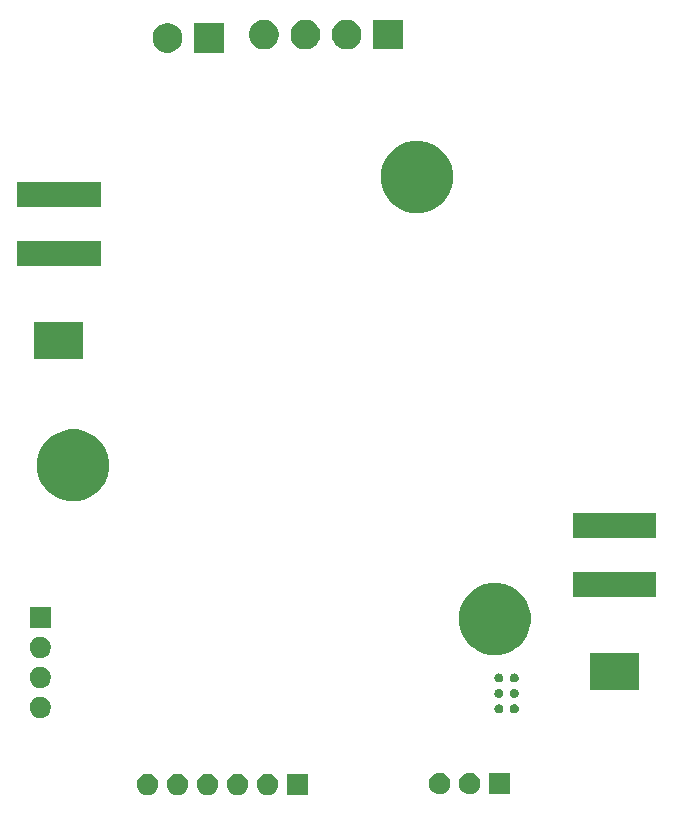
<source format=gbs>
G04 #@! TF.GenerationSoftware,KiCad,Pcbnew,(5.1.6)-1*
G04 #@! TF.CreationDate,2020-09-10T18:56:50+07:00*
G04 #@! TF.ProjectId,Kicad_Valve-hardware,4b696361-645f-4566-916c-76652d686172,rev?*
G04 #@! TF.SameCoordinates,Original*
G04 #@! TF.FileFunction,Soldermask,Bot*
G04 #@! TF.FilePolarity,Negative*
%FSLAX46Y46*%
G04 Gerber Fmt 4.6, Leading zero omitted, Abs format (unit mm)*
G04 Created by KiCad (PCBNEW (5.1.6)-1) date 2020-09-10 18:56:50*
%MOMM*%
%LPD*%
G01*
G04 APERTURE LIST*
%ADD10C,0.100000*%
G04 APERTURE END LIST*
D10*
G36*
X219925632Y-129956867D02*
G01*
X220074932Y-129986564D01*
X220238904Y-130054484D01*
X220386474Y-130153087D01*
X220511973Y-130278586D01*
X220610576Y-130426156D01*
X220678496Y-130590128D01*
X220713120Y-130764199D01*
X220713120Y-130941681D01*
X220678496Y-131115752D01*
X220610576Y-131279724D01*
X220511973Y-131427294D01*
X220386474Y-131552793D01*
X220238904Y-131651396D01*
X220074932Y-131719316D01*
X219925632Y-131749013D01*
X219900862Y-131753940D01*
X219723378Y-131753940D01*
X219698608Y-131749013D01*
X219549308Y-131719316D01*
X219385336Y-131651396D01*
X219237766Y-131552793D01*
X219112267Y-131427294D01*
X219013664Y-131279724D01*
X218945744Y-131115752D01*
X218911120Y-130941681D01*
X218911120Y-130764199D01*
X218945744Y-130590128D01*
X219013664Y-130426156D01*
X219112267Y-130278586D01*
X219237766Y-130153087D01*
X219385336Y-130054484D01*
X219549308Y-129986564D01*
X219698608Y-129956867D01*
X219723378Y-129951940D01*
X219900862Y-129951940D01*
X219925632Y-129956867D01*
G37*
G36*
X233413120Y-131753940D02*
G01*
X231611120Y-131753940D01*
X231611120Y-129951940D01*
X233413120Y-129951940D01*
X233413120Y-131753940D01*
G37*
G36*
X230085632Y-129956867D02*
G01*
X230234932Y-129986564D01*
X230398904Y-130054484D01*
X230546474Y-130153087D01*
X230671973Y-130278586D01*
X230770576Y-130426156D01*
X230838496Y-130590128D01*
X230873120Y-130764199D01*
X230873120Y-130941681D01*
X230838496Y-131115752D01*
X230770576Y-131279724D01*
X230671973Y-131427294D01*
X230546474Y-131552793D01*
X230398904Y-131651396D01*
X230234932Y-131719316D01*
X230085632Y-131749013D01*
X230060862Y-131753940D01*
X229883378Y-131753940D01*
X229858608Y-131749013D01*
X229709308Y-131719316D01*
X229545336Y-131651396D01*
X229397766Y-131552793D01*
X229272267Y-131427294D01*
X229173664Y-131279724D01*
X229105744Y-131115752D01*
X229071120Y-130941681D01*
X229071120Y-130764199D01*
X229105744Y-130590128D01*
X229173664Y-130426156D01*
X229272267Y-130278586D01*
X229397766Y-130153087D01*
X229545336Y-130054484D01*
X229709308Y-129986564D01*
X229858608Y-129956867D01*
X229883378Y-129951940D01*
X230060862Y-129951940D01*
X230085632Y-129956867D01*
G37*
G36*
X227545632Y-129956867D02*
G01*
X227694932Y-129986564D01*
X227858904Y-130054484D01*
X228006474Y-130153087D01*
X228131973Y-130278586D01*
X228230576Y-130426156D01*
X228298496Y-130590128D01*
X228333120Y-130764199D01*
X228333120Y-130941681D01*
X228298496Y-131115752D01*
X228230576Y-131279724D01*
X228131973Y-131427294D01*
X228006474Y-131552793D01*
X227858904Y-131651396D01*
X227694932Y-131719316D01*
X227545632Y-131749013D01*
X227520862Y-131753940D01*
X227343378Y-131753940D01*
X227318608Y-131749013D01*
X227169308Y-131719316D01*
X227005336Y-131651396D01*
X226857766Y-131552793D01*
X226732267Y-131427294D01*
X226633664Y-131279724D01*
X226565744Y-131115752D01*
X226531120Y-130941681D01*
X226531120Y-130764199D01*
X226565744Y-130590128D01*
X226633664Y-130426156D01*
X226732267Y-130278586D01*
X226857766Y-130153087D01*
X227005336Y-130054484D01*
X227169308Y-129986564D01*
X227318608Y-129956867D01*
X227343378Y-129951940D01*
X227520862Y-129951940D01*
X227545632Y-129956867D01*
G37*
G36*
X225005632Y-129956867D02*
G01*
X225154932Y-129986564D01*
X225318904Y-130054484D01*
X225466474Y-130153087D01*
X225591973Y-130278586D01*
X225690576Y-130426156D01*
X225758496Y-130590128D01*
X225793120Y-130764199D01*
X225793120Y-130941681D01*
X225758496Y-131115752D01*
X225690576Y-131279724D01*
X225591973Y-131427294D01*
X225466474Y-131552793D01*
X225318904Y-131651396D01*
X225154932Y-131719316D01*
X225005632Y-131749013D01*
X224980862Y-131753940D01*
X224803378Y-131753940D01*
X224778608Y-131749013D01*
X224629308Y-131719316D01*
X224465336Y-131651396D01*
X224317766Y-131552793D01*
X224192267Y-131427294D01*
X224093664Y-131279724D01*
X224025744Y-131115752D01*
X223991120Y-130941681D01*
X223991120Y-130764199D01*
X224025744Y-130590128D01*
X224093664Y-130426156D01*
X224192267Y-130278586D01*
X224317766Y-130153087D01*
X224465336Y-130054484D01*
X224629308Y-129986564D01*
X224778608Y-129956867D01*
X224803378Y-129951940D01*
X224980862Y-129951940D01*
X225005632Y-129956867D01*
G37*
G36*
X222465632Y-129956867D02*
G01*
X222614932Y-129986564D01*
X222778904Y-130054484D01*
X222926474Y-130153087D01*
X223051973Y-130278586D01*
X223150576Y-130426156D01*
X223218496Y-130590128D01*
X223253120Y-130764199D01*
X223253120Y-130941681D01*
X223218496Y-131115752D01*
X223150576Y-131279724D01*
X223051973Y-131427294D01*
X222926474Y-131552793D01*
X222778904Y-131651396D01*
X222614932Y-131719316D01*
X222465632Y-131749013D01*
X222440862Y-131753940D01*
X222263378Y-131753940D01*
X222238608Y-131749013D01*
X222089308Y-131719316D01*
X221925336Y-131651396D01*
X221777766Y-131552793D01*
X221652267Y-131427294D01*
X221553664Y-131279724D01*
X221485744Y-131115752D01*
X221451120Y-130941681D01*
X221451120Y-130764199D01*
X221485744Y-130590128D01*
X221553664Y-130426156D01*
X221652267Y-130278586D01*
X221777766Y-130153087D01*
X221925336Y-130054484D01*
X222089308Y-129986564D01*
X222238608Y-129956867D01*
X222263378Y-129951940D01*
X222440862Y-129951940D01*
X222465632Y-129956867D01*
G37*
G36*
X247205632Y-129886867D02*
G01*
X247354932Y-129916564D01*
X247518904Y-129984484D01*
X247666474Y-130083087D01*
X247791973Y-130208586D01*
X247890576Y-130356156D01*
X247958496Y-130520128D01*
X247993120Y-130694199D01*
X247993120Y-130871681D01*
X247958496Y-131045752D01*
X247890576Y-131209724D01*
X247791973Y-131357294D01*
X247666474Y-131482793D01*
X247518904Y-131581396D01*
X247354932Y-131649316D01*
X247205632Y-131679013D01*
X247180862Y-131683940D01*
X247003378Y-131683940D01*
X246978608Y-131679013D01*
X246829308Y-131649316D01*
X246665336Y-131581396D01*
X246517766Y-131482793D01*
X246392267Y-131357294D01*
X246293664Y-131209724D01*
X246225744Y-131045752D01*
X246191120Y-130871681D01*
X246191120Y-130694199D01*
X246225744Y-130520128D01*
X246293664Y-130356156D01*
X246392267Y-130208586D01*
X246517766Y-130083087D01*
X246665336Y-129984484D01*
X246829308Y-129916564D01*
X246978608Y-129886867D01*
X247003378Y-129881940D01*
X247180862Y-129881940D01*
X247205632Y-129886867D01*
G37*
G36*
X244665632Y-129886867D02*
G01*
X244814932Y-129916564D01*
X244978904Y-129984484D01*
X245126474Y-130083087D01*
X245251973Y-130208586D01*
X245350576Y-130356156D01*
X245418496Y-130520128D01*
X245453120Y-130694199D01*
X245453120Y-130871681D01*
X245418496Y-131045752D01*
X245350576Y-131209724D01*
X245251973Y-131357294D01*
X245126474Y-131482793D01*
X244978904Y-131581396D01*
X244814932Y-131649316D01*
X244665632Y-131679013D01*
X244640862Y-131683940D01*
X244463378Y-131683940D01*
X244438608Y-131679013D01*
X244289308Y-131649316D01*
X244125336Y-131581396D01*
X243977766Y-131482793D01*
X243852267Y-131357294D01*
X243753664Y-131209724D01*
X243685744Y-131045752D01*
X243651120Y-130871681D01*
X243651120Y-130694199D01*
X243685744Y-130520128D01*
X243753664Y-130356156D01*
X243852267Y-130208586D01*
X243977766Y-130083087D01*
X244125336Y-129984484D01*
X244289308Y-129916564D01*
X244438608Y-129886867D01*
X244463378Y-129881940D01*
X244640862Y-129881940D01*
X244665632Y-129886867D01*
G37*
G36*
X250533120Y-131683940D02*
G01*
X248731120Y-131683940D01*
X248731120Y-129881940D01*
X250533120Y-129881940D01*
X250533120Y-131683940D01*
G37*
G36*
X210845632Y-123436867D02*
G01*
X210994932Y-123466564D01*
X211158904Y-123534484D01*
X211306474Y-123633087D01*
X211431973Y-123758586D01*
X211530576Y-123906156D01*
X211598496Y-124070128D01*
X211633120Y-124244199D01*
X211633120Y-124421681D01*
X211598496Y-124595752D01*
X211530576Y-124759724D01*
X211431973Y-124907294D01*
X211306474Y-125032793D01*
X211158904Y-125131396D01*
X210994932Y-125199316D01*
X210845632Y-125229013D01*
X210820862Y-125233940D01*
X210643378Y-125233940D01*
X210618608Y-125229013D01*
X210469308Y-125199316D01*
X210305336Y-125131396D01*
X210157766Y-125032793D01*
X210032267Y-124907294D01*
X209933664Y-124759724D01*
X209865744Y-124595752D01*
X209831120Y-124421681D01*
X209831120Y-124244199D01*
X209865744Y-124070128D01*
X209933664Y-123906156D01*
X210032267Y-123758586D01*
X210157766Y-123633087D01*
X210305336Y-123534484D01*
X210469308Y-123466564D01*
X210618608Y-123436867D01*
X210643378Y-123431940D01*
X210820862Y-123431940D01*
X210845632Y-123436867D01*
G37*
G36*
X249674422Y-124072735D02*
G01*
X249744483Y-124101755D01*
X249807542Y-124143890D01*
X249861170Y-124197518D01*
X249903305Y-124260577D01*
X249932325Y-124330638D01*
X249947120Y-124405019D01*
X249947120Y-124480861D01*
X249932325Y-124555242D01*
X249903305Y-124625303D01*
X249861170Y-124688362D01*
X249807542Y-124741990D01*
X249744483Y-124784125D01*
X249674422Y-124813145D01*
X249600041Y-124827940D01*
X249524199Y-124827940D01*
X249449818Y-124813145D01*
X249379757Y-124784125D01*
X249316698Y-124741990D01*
X249263070Y-124688362D01*
X249220935Y-124625303D01*
X249191915Y-124555242D01*
X249177120Y-124480861D01*
X249177120Y-124405019D01*
X249191915Y-124330638D01*
X249220935Y-124260577D01*
X249263070Y-124197518D01*
X249316698Y-124143890D01*
X249379757Y-124101755D01*
X249449818Y-124072735D01*
X249524199Y-124057940D01*
X249600041Y-124057940D01*
X249674422Y-124072735D01*
G37*
G36*
X250974422Y-124072735D02*
G01*
X251044483Y-124101755D01*
X251107542Y-124143890D01*
X251161170Y-124197518D01*
X251203305Y-124260577D01*
X251232325Y-124330638D01*
X251247120Y-124405019D01*
X251247120Y-124480861D01*
X251232325Y-124555242D01*
X251203305Y-124625303D01*
X251161170Y-124688362D01*
X251107542Y-124741990D01*
X251044483Y-124784125D01*
X250974422Y-124813145D01*
X250900041Y-124827940D01*
X250824199Y-124827940D01*
X250749818Y-124813145D01*
X250679757Y-124784125D01*
X250616698Y-124741990D01*
X250563070Y-124688362D01*
X250520935Y-124625303D01*
X250491915Y-124555242D01*
X250477120Y-124480861D01*
X250477120Y-124405019D01*
X250491915Y-124330638D01*
X250520935Y-124260577D01*
X250563070Y-124197518D01*
X250616698Y-124143890D01*
X250679757Y-124101755D01*
X250749818Y-124072735D01*
X250824199Y-124057940D01*
X250900041Y-124057940D01*
X250974422Y-124072735D01*
G37*
G36*
X249674422Y-122772735D02*
G01*
X249744483Y-122801755D01*
X249807542Y-122843890D01*
X249861170Y-122897518D01*
X249903305Y-122960577D01*
X249932325Y-123030638D01*
X249947120Y-123105019D01*
X249947120Y-123180861D01*
X249932325Y-123255242D01*
X249903305Y-123325303D01*
X249861170Y-123388362D01*
X249807542Y-123441990D01*
X249744483Y-123484125D01*
X249674422Y-123513145D01*
X249600041Y-123527940D01*
X249524199Y-123527940D01*
X249449818Y-123513145D01*
X249379757Y-123484125D01*
X249316698Y-123441990D01*
X249263070Y-123388362D01*
X249220935Y-123325303D01*
X249191915Y-123255242D01*
X249177120Y-123180861D01*
X249177120Y-123105019D01*
X249191915Y-123030638D01*
X249220935Y-122960577D01*
X249263070Y-122897518D01*
X249316698Y-122843890D01*
X249379757Y-122801755D01*
X249449818Y-122772735D01*
X249524199Y-122757940D01*
X249600041Y-122757940D01*
X249674422Y-122772735D01*
G37*
G36*
X250974422Y-122772735D02*
G01*
X251044483Y-122801755D01*
X251107542Y-122843890D01*
X251161170Y-122897518D01*
X251203305Y-122960577D01*
X251232325Y-123030638D01*
X251247120Y-123105019D01*
X251247120Y-123180861D01*
X251232325Y-123255242D01*
X251203305Y-123325303D01*
X251161170Y-123388362D01*
X251107542Y-123441990D01*
X251044483Y-123484125D01*
X250974422Y-123513145D01*
X250900041Y-123527940D01*
X250824199Y-123527940D01*
X250749818Y-123513145D01*
X250679757Y-123484125D01*
X250616698Y-123441990D01*
X250563070Y-123388362D01*
X250520935Y-123325303D01*
X250491915Y-123255242D01*
X250477120Y-123180861D01*
X250477120Y-123105019D01*
X250491915Y-123030638D01*
X250520935Y-122960577D01*
X250563070Y-122897518D01*
X250616698Y-122843890D01*
X250679757Y-122801755D01*
X250749818Y-122772735D01*
X250824199Y-122757940D01*
X250900041Y-122757940D01*
X250974422Y-122772735D01*
G37*
G36*
X261403120Y-122873940D02*
G01*
X257301120Y-122873940D01*
X257301120Y-119771940D01*
X261403120Y-119771940D01*
X261403120Y-122873940D01*
G37*
G36*
X210845632Y-120896867D02*
G01*
X210994932Y-120926564D01*
X211158904Y-120994484D01*
X211306474Y-121093087D01*
X211431973Y-121218586D01*
X211530576Y-121366156D01*
X211598496Y-121530128D01*
X211633120Y-121704199D01*
X211633120Y-121881681D01*
X211598496Y-122055752D01*
X211530576Y-122219724D01*
X211431973Y-122367294D01*
X211306474Y-122492793D01*
X211158904Y-122591396D01*
X210994932Y-122659316D01*
X210845632Y-122689013D01*
X210820862Y-122693940D01*
X210643378Y-122693940D01*
X210618608Y-122689013D01*
X210469308Y-122659316D01*
X210305336Y-122591396D01*
X210157766Y-122492793D01*
X210032267Y-122367294D01*
X209933664Y-122219724D01*
X209865744Y-122055752D01*
X209831120Y-121881681D01*
X209831120Y-121704199D01*
X209865744Y-121530128D01*
X209933664Y-121366156D01*
X210032267Y-121218586D01*
X210157766Y-121093087D01*
X210305336Y-120994484D01*
X210469308Y-120926564D01*
X210618608Y-120896867D01*
X210643378Y-120891940D01*
X210820862Y-120891940D01*
X210845632Y-120896867D01*
G37*
G36*
X249674422Y-121472735D02*
G01*
X249744483Y-121501755D01*
X249807542Y-121543890D01*
X249861170Y-121597518D01*
X249903305Y-121660577D01*
X249932325Y-121730638D01*
X249947120Y-121805019D01*
X249947120Y-121880861D01*
X249932325Y-121955242D01*
X249903305Y-122025303D01*
X249861170Y-122088362D01*
X249807542Y-122141990D01*
X249744483Y-122184125D01*
X249674422Y-122213145D01*
X249600041Y-122227940D01*
X249524199Y-122227940D01*
X249449818Y-122213145D01*
X249379757Y-122184125D01*
X249316698Y-122141990D01*
X249263070Y-122088362D01*
X249220935Y-122025303D01*
X249191915Y-121955242D01*
X249177120Y-121880861D01*
X249177120Y-121805019D01*
X249191915Y-121730638D01*
X249220935Y-121660577D01*
X249263070Y-121597518D01*
X249316698Y-121543890D01*
X249379757Y-121501755D01*
X249449818Y-121472735D01*
X249524199Y-121457940D01*
X249600041Y-121457940D01*
X249674422Y-121472735D01*
G37*
G36*
X250974422Y-121472735D02*
G01*
X251044483Y-121501755D01*
X251107542Y-121543890D01*
X251161170Y-121597518D01*
X251203305Y-121660577D01*
X251232325Y-121730638D01*
X251247120Y-121805019D01*
X251247120Y-121880861D01*
X251232325Y-121955242D01*
X251203305Y-122025303D01*
X251161170Y-122088362D01*
X251107542Y-122141990D01*
X251044483Y-122184125D01*
X250974422Y-122213145D01*
X250900041Y-122227940D01*
X250824199Y-122227940D01*
X250749818Y-122213145D01*
X250679757Y-122184125D01*
X250616698Y-122141990D01*
X250563070Y-122088362D01*
X250520935Y-122025303D01*
X250491915Y-121955242D01*
X250477120Y-121880861D01*
X250477120Y-121805019D01*
X250491915Y-121730638D01*
X250520935Y-121660577D01*
X250563070Y-121597518D01*
X250616698Y-121543890D01*
X250679757Y-121501755D01*
X250749818Y-121472735D01*
X250824199Y-121457940D01*
X250900041Y-121457940D01*
X250974422Y-121472735D01*
G37*
G36*
X210845632Y-118356867D02*
G01*
X210994932Y-118386564D01*
X211158904Y-118454484D01*
X211306474Y-118553087D01*
X211431973Y-118678586D01*
X211530576Y-118826156D01*
X211598496Y-118990128D01*
X211633120Y-119164199D01*
X211633120Y-119341681D01*
X211598496Y-119515752D01*
X211530576Y-119679724D01*
X211431973Y-119827294D01*
X211306474Y-119952793D01*
X211158904Y-120051396D01*
X210994932Y-120119316D01*
X210845632Y-120149013D01*
X210820862Y-120153940D01*
X210643378Y-120153940D01*
X210618608Y-120149013D01*
X210469308Y-120119316D01*
X210305336Y-120051396D01*
X210157766Y-119952793D01*
X210032267Y-119827294D01*
X209933664Y-119679724D01*
X209865744Y-119515752D01*
X209831120Y-119341681D01*
X209831120Y-119164199D01*
X209865744Y-118990128D01*
X209933664Y-118826156D01*
X210032267Y-118678586D01*
X210157766Y-118553087D01*
X210305336Y-118454484D01*
X210469308Y-118386564D01*
X210618608Y-118356867D01*
X210643378Y-118351940D01*
X210820862Y-118351940D01*
X210845632Y-118356867D01*
G37*
G36*
X250105631Y-113916034D02*
G01*
X250660877Y-114146024D01*
X250660878Y-114146025D01*
X251160587Y-114479920D01*
X251585554Y-114904887D01*
X251585555Y-114904889D01*
X251919450Y-115404597D01*
X252149440Y-115959843D01*
X252266688Y-116549287D01*
X252266688Y-117150285D01*
X252149440Y-117739729D01*
X251919450Y-118294975D01*
X251919449Y-118294976D01*
X251585554Y-118794685D01*
X251160587Y-119219652D01*
X250977958Y-119341681D01*
X250660877Y-119553548D01*
X250105631Y-119783538D01*
X249516187Y-119900786D01*
X248915189Y-119900786D01*
X248325745Y-119783538D01*
X247770499Y-119553548D01*
X247453418Y-119341681D01*
X247270789Y-119219652D01*
X246845822Y-118794685D01*
X246511927Y-118294976D01*
X246511926Y-118294975D01*
X246281936Y-117739729D01*
X246164688Y-117150285D01*
X246164688Y-116549287D01*
X246281936Y-115959843D01*
X246511926Y-115404597D01*
X246845821Y-114904889D01*
X246845822Y-114904887D01*
X247270789Y-114479920D01*
X247770498Y-114146025D01*
X247770499Y-114146024D01*
X248325745Y-113916034D01*
X248915189Y-113798786D01*
X249516187Y-113798786D01*
X250105631Y-113916034D01*
G37*
G36*
X211633120Y-117613940D02*
G01*
X209831120Y-117613940D01*
X209831120Y-115811940D01*
X211633120Y-115811940D01*
X211633120Y-117613940D01*
G37*
G36*
X262903120Y-114973940D02*
G01*
X255801120Y-114973940D01*
X255801120Y-112871940D01*
X262903120Y-112871940D01*
X262903120Y-114973940D01*
G37*
G36*
X262903120Y-109973940D02*
G01*
X255801120Y-109973940D01*
X255801120Y-107871940D01*
X262903120Y-107871940D01*
X262903120Y-109973940D01*
G37*
G36*
X214396292Y-100919448D02*
G01*
X214951538Y-101149438D01*
X214951539Y-101149439D01*
X215451248Y-101483334D01*
X215876215Y-101908301D01*
X215876216Y-101908303D01*
X216210111Y-102408011D01*
X216440101Y-102963257D01*
X216557349Y-103552701D01*
X216557349Y-104153699D01*
X216440101Y-104743143D01*
X216210111Y-105298389D01*
X216210110Y-105298390D01*
X215876215Y-105798099D01*
X215451248Y-106223066D01*
X215199696Y-106391148D01*
X214951538Y-106556962D01*
X214396292Y-106786952D01*
X213806848Y-106904200D01*
X213205850Y-106904200D01*
X212616406Y-106786952D01*
X212061160Y-106556962D01*
X211813002Y-106391148D01*
X211561450Y-106223066D01*
X211136483Y-105798099D01*
X210802588Y-105298390D01*
X210802587Y-105298389D01*
X210572597Y-104743143D01*
X210455349Y-104153699D01*
X210455349Y-103552701D01*
X210572597Y-102963257D01*
X210802587Y-102408011D01*
X211136482Y-101908303D01*
X211136483Y-101908301D01*
X211561450Y-101483334D01*
X212061159Y-101149439D01*
X212061160Y-101149438D01*
X212616406Y-100919448D01*
X213205850Y-100802200D01*
X213806848Y-100802200D01*
X214396292Y-100919448D01*
G37*
G36*
X214333120Y-94833940D02*
G01*
X210231120Y-94833940D01*
X210231120Y-91731940D01*
X214333120Y-91731940D01*
X214333120Y-94833940D01*
G37*
G36*
X215833120Y-86933940D02*
G01*
X208731120Y-86933940D01*
X208731120Y-84831940D01*
X215833120Y-84831940D01*
X215833120Y-86933940D01*
G37*
G36*
X243507000Y-76493339D02*
G01*
X244062246Y-76723329D01*
X244062247Y-76723330D01*
X244561956Y-77057225D01*
X244986923Y-77482192D01*
X244986924Y-77482194D01*
X245320819Y-77981902D01*
X245550809Y-78537148D01*
X245668057Y-79126592D01*
X245668057Y-79727590D01*
X245550809Y-80317034D01*
X245320819Y-80872280D01*
X245320818Y-80872281D01*
X244986923Y-81371990D01*
X244561956Y-81796957D01*
X244310404Y-81965039D01*
X244062246Y-82130853D01*
X243507000Y-82360843D01*
X242917556Y-82478091D01*
X242316558Y-82478091D01*
X241727114Y-82360843D01*
X241171868Y-82130853D01*
X240923710Y-81965039D01*
X240672158Y-81796957D01*
X240247191Y-81371990D01*
X239913296Y-80872281D01*
X239913295Y-80872280D01*
X239683305Y-80317034D01*
X239566057Y-79727590D01*
X239566057Y-79126592D01*
X239683305Y-78537148D01*
X239913295Y-77981902D01*
X240247190Y-77482194D01*
X240247191Y-77482192D01*
X240672158Y-77057225D01*
X241171867Y-76723330D01*
X241171868Y-76723329D01*
X241727114Y-76493339D01*
X242316558Y-76376091D01*
X242917556Y-76376091D01*
X243507000Y-76493339D01*
G37*
G36*
X215833120Y-81933940D02*
G01*
X208731120Y-81933940D01*
X208731120Y-79831940D01*
X215833120Y-79831940D01*
X215833120Y-81933940D01*
G37*
G36*
X221867023Y-66450015D02*
G01*
X222094691Y-66544318D01*
X222299586Y-66681225D01*
X222473835Y-66855474D01*
X222610742Y-67060369D01*
X222610743Y-67060371D01*
X222705045Y-67288037D01*
X222753120Y-67529726D01*
X222753120Y-67776154D01*
X222705045Y-68017843D01*
X222641852Y-68170406D01*
X222610742Y-68245511D01*
X222473835Y-68450406D01*
X222299586Y-68624655D01*
X222094691Y-68761562D01*
X222094690Y-68761563D01*
X222094689Y-68761563D01*
X221867023Y-68855865D01*
X221625334Y-68903940D01*
X221378906Y-68903940D01*
X221137217Y-68855865D01*
X220909551Y-68761563D01*
X220909550Y-68761563D01*
X220909549Y-68761562D01*
X220704654Y-68624655D01*
X220530405Y-68450406D01*
X220393498Y-68245511D01*
X220362389Y-68170406D01*
X220299195Y-68017843D01*
X220251120Y-67776154D01*
X220251120Y-67529726D01*
X220299195Y-67288037D01*
X220393497Y-67060371D01*
X220393498Y-67060369D01*
X220530405Y-66855474D01*
X220704654Y-66681225D01*
X220909549Y-66544318D01*
X221137217Y-66450015D01*
X221378906Y-66401940D01*
X221625334Y-66401940D01*
X221867023Y-66450015D01*
G37*
G36*
X226253120Y-68903940D02*
G01*
X223751120Y-68903940D01*
X223751120Y-66401940D01*
X226253120Y-66401940D01*
X226253120Y-68903940D01*
G37*
G36*
X241423120Y-68623940D02*
G01*
X238921120Y-68623940D01*
X238921120Y-66121940D01*
X241423120Y-66121940D01*
X241423120Y-68623940D01*
G37*
G36*
X230037023Y-66170015D02*
G01*
X230264691Y-66264318D01*
X230469586Y-66401225D01*
X230643835Y-66575474D01*
X230643836Y-66575476D01*
X230780743Y-66780371D01*
X230811852Y-66855476D01*
X230875045Y-67008037D01*
X230923120Y-67249727D01*
X230923120Y-67496153D01*
X230875045Y-67737843D01*
X230780742Y-67965511D01*
X230643835Y-68170406D01*
X230469586Y-68344655D01*
X230264691Y-68481562D01*
X230264690Y-68481563D01*
X230264689Y-68481563D01*
X230037023Y-68575865D01*
X229795334Y-68623940D01*
X229548906Y-68623940D01*
X229307217Y-68575865D01*
X229079551Y-68481563D01*
X229079550Y-68481563D01*
X229079549Y-68481562D01*
X228874654Y-68344655D01*
X228700405Y-68170406D01*
X228563498Y-67965511D01*
X228469195Y-67737843D01*
X228421120Y-67496153D01*
X228421120Y-67249727D01*
X228469195Y-67008037D01*
X228532388Y-66855476D01*
X228563497Y-66780371D01*
X228700404Y-66575476D01*
X228700405Y-66575474D01*
X228874654Y-66401225D01*
X229079549Y-66264318D01*
X229307217Y-66170015D01*
X229548906Y-66121940D01*
X229795334Y-66121940D01*
X230037023Y-66170015D01*
G37*
G36*
X233537023Y-66170015D02*
G01*
X233764691Y-66264318D01*
X233969586Y-66401225D01*
X234143835Y-66575474D01*
X234143836Y-66575476D01*
X234280743Y-66780371D01*
X234311852Y-66855476D01*
X234375045Y-67008037D01*
X234423120Y-67249727D01*
X234423120Y-67496153D01*
X234375045Y-67737843D01*
X234280742Y-67965511D01*
X234143835Y-68170406D01*
X233969586Y-68344655D01*
X233764691Y-68481562D01*
X233764690Y-68481563D01*
X233764689Y-68481563D01*
X233537023Y-68575865D01*
X233295334Y-68623940D01*
X233048906Y-68623940D01*
X232807217Y-68575865D01*
X232579551Y-68481563D01*
X232579550Y-68481563D01*
X232579549Y-68481562D01*
X232374654Y-68344655D01*
X232200405Y-68170406D01*
X232063498Y-67965511D01*
X231969195Y-67737843D01*
X231921120Y-67496153D01*
X231921120Y-67249727D01*
X231969195Y-67008037D01*
X232032388Y-66855476D01*
X232063497Y-66780371D01*
X232200404Y-66575476D01*
X232200405Y-66575474D01*
X232374654Y-66401225D01*
X232579549Y-66264318D01*
X232807217Y-66170015D01*
X233048906Y-66121940D01*
X233295334Y-66121940D01*
X233537023Y-66170015D01*
G37*
G36*
X237037023Y-66170015D02*
G01*
X237264691Y-66264318D01*
X237469586Y-66401225D01*
X237643835Y-66575474D01*
X237643836Y-66575476D01*
X237780743Y-66780371D01*
X237811852Y-66855476D01*
X237875045Y-67008037D01*
X237923120Y-67249727D01*
X237923120Y-67496153D01*
X237875045Y-67737843D01*
X237780742Y-67965511D01*
X237643835Y-68170406D01*
X237469586Y-68344655D01*
X237264691Y-68481562D01*
X237264690Y-68481563D01*
X237264689Y-68481563D01*
X237037023Y-68575865D01*
X236795334Y-68623940D01*
X236548906Y-68623940D01*
X236307217Y-68575865D01*
X236079551Y-68481563D01*
X236079550Y-68481563D01*
X236079549Y-68481562D01*
X235874654Y-68344655D01*
X235700405Y-68170406D01*
X235563498Y-67965511D01*
X235469195Y-67737843D01*
X235421120Y-67496153D01*
X235421120Y-67249727D01*
X235469195Y-67008037D01*
X235532388Y-66855476D01*
X235563497Y-66780371D01*
X235700404Y-66575476D01*
X235700405Y-66575474D01*
X235874654Y-66401225D01*
X236079549Y-66264318D01*
X236307217Y-66170015D01*
X236548906Y-66121940D01*
X236795334Y-66121940D01*
X237037023Y-66170015D01*
G37*
M02*

</source>
